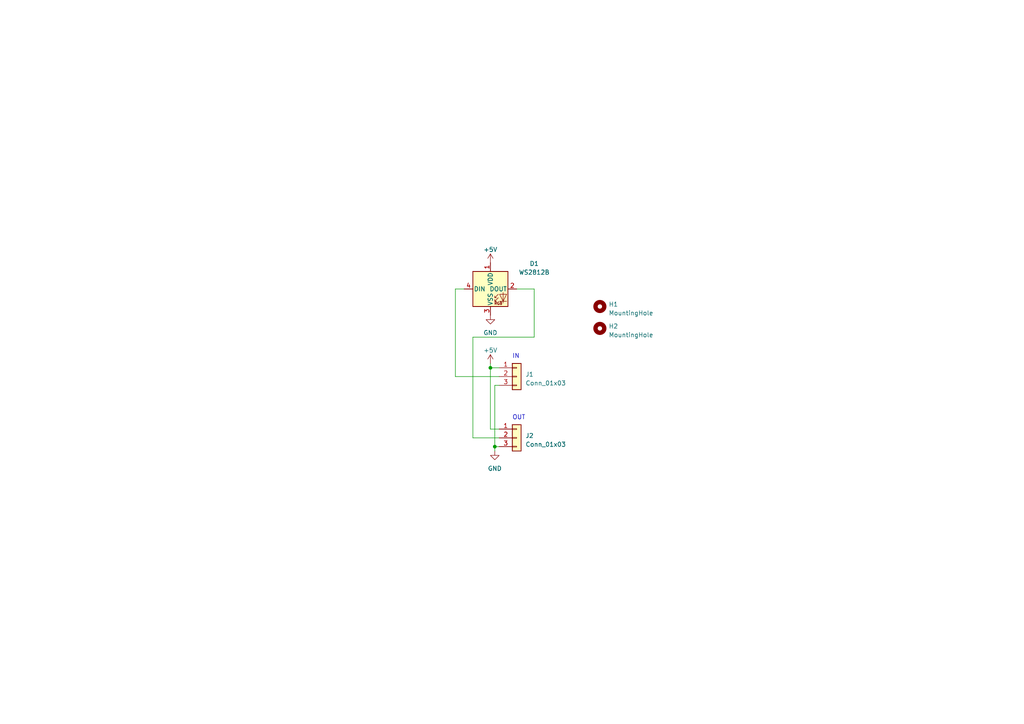
<source format=kicad_sch>
(kicad_sch (version 20230121) (generator eeschema)
  (paper "A4")
  (lib_symbols
    (symbol "Connector_Generic:Conn_01x03" (pin_names (offset 1.016) hide)
      (property "Reference" "J" (at 0 5.08 0))
      (property "Value" "Conn_01x03" (at 0 -5.08 0))
      (symbol "Conn_01x03_1_1"
        (rectangle (start -1.27 -2.413) (end 0 -2.667) (stroke (width 0.1524)))
        (rectangle (start -1.27 0.127) (end 0 -0.127) (stroke (width 0.1524)))
        (rectangle (start -1.27 2.667) (end 0 2.413) (stroke (width 0.1524)))
        (rectangle (start -1.27 3.81) (end 1.27 -3.81) (stroke (width 0.254)) (fill (type background)))
        (pin passive line (at -5.08 2.54 0) (length 3.81) (name "Pin_1") (number "1"))
        (pin passive line (at -5.08 0 0) (length 3.81) (name "Pin_2") (number "2"))
        (pin passive line (at -5.08 -2.54 0) (length 3.81) (name "Pin_3") (number "3"))
      )
    )
    (symbol "LED:WS2812B" (pin_names (offset 0.254))
      (property "Reference" "D" (at 5.08 5.715 0))
      (property "Value" "WS2812B" (at 1.27 -5.715 0))
      (symbol "WS2812B_0_0"
        (text "RGB" (at 2.286 -4.191 0) (effects (font (size 0.762 0.762))))
      )
      (symbol "WS2812B_0_1"
        (polyline (pts (xy 1.27 -3.556) (xy 1.778 -3.556)))
        (polyline (pts (xy 1.27 -2.54) (xy 1.778 -2.54)))
        (polyline (pts (xy 4.699 -3.556) (xy 2.667 -3.556)))
        (polyline (pts (xy 2.286 -2.54) (xy 1.27 -3.556) (xy 1.27 -3.048)))
        (polyline (pts (xy 2.286 -1.524) (xy 1.27 -2.54) (xy 1.27 -2.032)))
        (polyline (pts (xy 3.683 -1.016) (xy 3.683 -3.556) (xy 3.683 -4.064)))
        (polyline (pts (xy 4.699 -1.524) (xy 2.667 -1.524) (xy 3.683 -3.556) (xy 4.699 -1.524)))
        (rectangle (start 5.08 5.08) (end -5.08 -5.08) (stroke (width 0.254)) (fill (type background)))
      )
      (symbol "WS2812B_1_1"
        (pin power_in line (at 0 7.62 270) (length 2.54) (name "VDD") (number "1"))
        (pin output line (at 7.62 0 180) (length 2.54) (name "DOUT") (number "2"))
        (pin power_in line (at 0 -7.62 90) (length 2.54) (name "VSS") (number "3"))
        (pin input line (at -7.62 0 0) (length 2.54) (name "DIN") (number "4"))
      )
    )
    (symbol "Mechanical:MountingHole" (pin_names (offset 1.016))
      (property "Reference" "H" (at 0 5.08 0))
      (property "Value" "MountingHole" (at 0 3.175 0))
      (symbol "MountingHole_0_1"
        (circle (center 0 0) (radius 1.27) (stroke (width 1.27)))
      )
    )
    (symbol "power:+5V" (power) (pin_names (offset 0))
      (property "Value" "+5V" (at 0 3.556 0))
      (symbol "+5V_0_1"
        (polyline (pts (xy -0.762 1.27) (xy 0 2.54)))
        (polyline (pts (xy 0 0) (xy 0 2.54)))
        (polyline (pts (xy 0 2.54) (xy 0.762 1.27)))
      )
      (symbol "+5V_1_1"
        (pin power_in line (at 0 0 90) (length 0) hide (name "+5V") (number "1"))
      )
    )
    (symbol "power:GND" (power) (pin_names (offset 0))
      (property "Value" "GND" (at 0 -3.81 0))
      (symbol "GND_0_1"
        (polyline (pts (xy 0 0) (xy 0 -1.27) (xy 1.27 -1.27) (xy 0 -2.54) (xy -1.27 -1.27) (xy 0 -1.27)))
      )
      (symbol "GND_1_1"
        (pin power_in line (at 0 0 270) (length 0) hide (name "GND") (number "1"))
      )
    )
  )
  (junction (at 142.24 106.68))
  (junction (at 143.51 129.54))
  (wire (pts (xy 132.08 83.82) (xy 132.08 109.22)))
  (wire (pts (xy 143.51 111.76) (xy 143.51 129.54)))
  (wire (pts (xy 142.24 106.68) (xy 142.24 124.46)))
  (wire (pts (xy 154.94 83.82) (xy 154.94 97.79)))
  (wire (pts (xy 137.16 97.79) (xy 137.16 127)))
  (wire (pts (xy 143.51 129.54) (xy 144.78 129.54)))
  (wire (pts (xy 137.16 97.79) (xy 154.94 97.79)))
  (wire (pts (xy 143.51 129.54) (xy 143.51 130.81)))
  (wire (pts (xy 149.86 83.82) (xy 154.94 83.82)))
  (wire (pts (xy 142.24 124.46) (xy 144.78 124.46)))
  (wire (pts (xy 143.51 111.76) (xy 144.78 111.76)))
  (wire (pts (xy 142.24 105.41) (xy 142.24 106.68)))
  (wire (pts (xy 137.16 127) (xy 144.78 127)))
  (wire (pts (xy 132.08 83.82) (xy 134.62 83.82)))
  (wire (pts (xy 132.08 109.22) (xy 144.78 109.22)))
  (wire (pts (xy 142.24 106.68) (xy 144.78 106.68)))
  (text "OUT" (at 148.59 121.92 0) (effects (font (size 1.27 1.27)) (justify left bottom)))
  (text "IN" (at 148.59 104.14 0) (effects (font (size 1.27 1.27)) (justify left bottom)))
  (symbol (lib_id "Connector_Generic:Conn_01x03") (at 149.86 109.22 0) (unit 1)
    (property "Reference" "J1" (at 152.4 108.585 0) (effects (justify left)))
    (property "Value" "Conn_01x03" (at 152.4 111.125 0) (effects (justify left)))
    (property "Footprint" "Connector_JST:JST_PH_B3B-PH-K_1x03_P2.00mm_Vertical" (effects hide))
  )
  (symbol (lib_id "power:GND") (at 142.24 91.44 0) (unit 1)
    (property "Reference" "#PWR04" (effects hide))
    (property "Value" "GND" (at 142.24 96.52 0))
  )
  (symbol (lib_id "power:GND") (at 143.51 130.81 0) (unit 1)
    (property "Reference" "#PWR01" (effects hide))
    (property "Value" "GND" (at 143.51 135.89 0))
  )
  (symbol (lib_id "LED:WS2812B") (at 142.24 83.82 0) (unit 1)
    (property "Reference" "D1" (at 154.94 76.454 0))
    (property "Value" "WS2812B" (at 154.94 78.994 0))
    (property "Footprint" "LED_SMD:LED_WS2812B_PLCC4_5.0x5.0mm_P3.2mm" (effects hide))
    (property "Datasheet" "https://cdn-shop.adafruit.com/datasheets/WS2812B.pdf" (effects hide))
  )
  (symbol (lib_id "power:+5V") (at 142.24 76.2 0) (unit 1)
    (property "Reference" "#PWR03" (effects hide))
    (property "Value" "+5V" (at 142.24 72.39 0))
  )
  (symbol (lib_id "power:+5V") (at 142.24 105.41 0) (unit 1)
    (property "Reference" "#PWR02" (effects hide))
    (property "Value" "+5V" (at 142.24 101.6 0))
  )
  (symbol (lib_id "Connector_Generic:Conn_01x03") (at 149.86 127 0) (unit 1)
    (property "Reference" "J2" (at 152.4 126.365 0) (effects (justify left)))
    (property "Value" "Conn_01x03" (at 152.4 128.905 0) (effects (justify left)))
    (property "Footprint" "Connector_JST:JST_PH_B3B-PH-K_1x03_P2.00mm_Vertical" (effects hide))
  )
  (symbol (lib_id "Mechanical:MountingHole") (at 173.99 95.25 0) (unit 1)
    (property "Reference" "H2" (at 176.53 94.615 0) (effects (justify left)))
    (property "Value" "MountingHole" (at 176.53 97.155 0) (effects (justify left)))
    (property "Footprint" "MountingHole:MountingHole_2.2mm_M2_DIN965_Pad" (effects hide))
  )
  (symbol (lib_id "Mechanical:MountingHole") (at 173.99 88.9 0) (unit 1)
    (property "Reference" "H1" (at 176.53 88.265 0) (effects (justify left)))
    (property "Value" "MountingHole" (at 176.53 90.805 0) (effects (justify left)))
    (property "Footprint" "MountingHole:MountingHole_2.2mm_M2_DIN965_Pad" (effects hide))
  )
)
</source>
